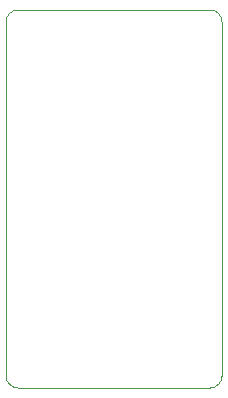
<source format=gbr>
%TF.GenerationSoftware,KiCad,Pcbnew,7.0.7*%
%TF.CreationDate,2025-03-10T13:51:10-04:00*%
%TF.ProjectId,6116 NVRAM,36313136-204e-4565-9241-4d2e6b696361,rev?*%
%TF.SameCoordinates,Original*%
%TF.FileFunction,Profile,NP*%
%FSLAX46Y46*%
G04 Gerber Fmt 4.6, Leading zero omitted, Abs format (unit mm)*
G04 Created by KiCad (PCBNEW 7.0.7) date 2025-03-10 13:51:10*
%MOMM*%
%LPD*%
G01*
G04 APERTURE LIST*
%TA.AperFunction,Profile*%
%ADD10C,0.100000*%
%TD*%
G04 APERTURE END LIST*
D10*
X138684000Y-93472000D02*
X138684000Y-63500000D01*
X155956000Y-94488000D02*
X139700000Y-94488000D01*
X156972000Y-63500000D02*
X156972000Y-93472000D01*
X139700000Y-62484000D02*
X155956000Y-62484000D01*
X156972000Y-63500000D02*
G75*
G03*
X155956000Y-62484000I-1016000J0D01*
G01*
X139700000Y-62484000D02*
G75*
G03*
X138684000Y-63500000I0J-1016000D01*
G01*
X138684000Y-93472000D02*
G75*
G03*
X139700000Y-94488000I1016000J0D01*
G01*
X155956000Y-94488000D02*
G75*
G03*
X156972000Y-93472000I0J1016000D01*
G01*
M02*

</source>
